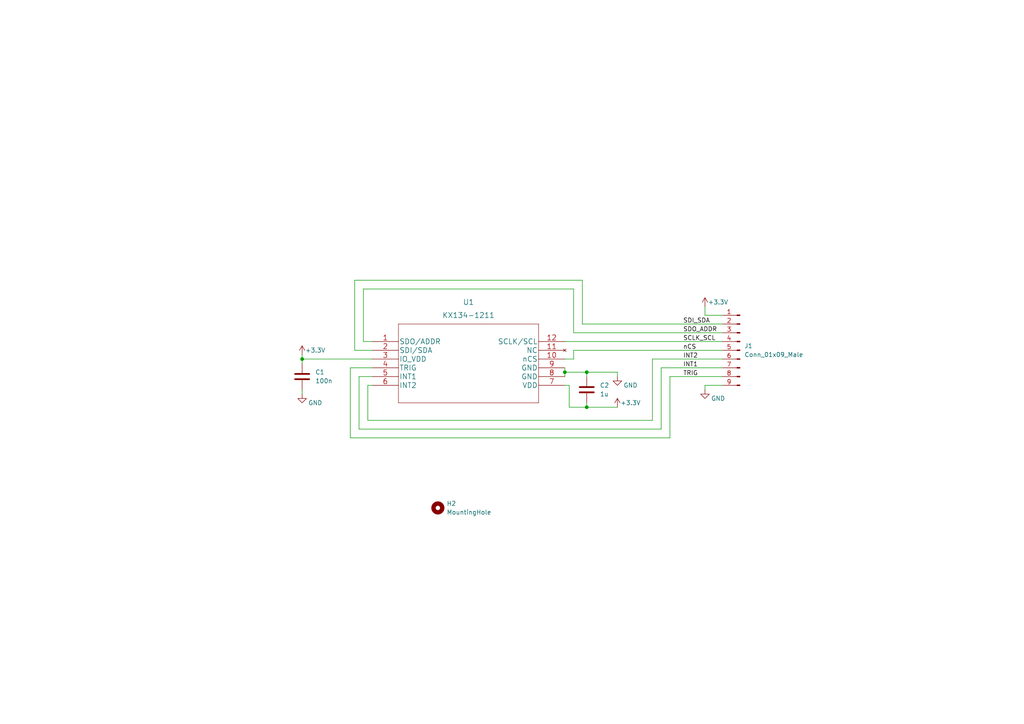
<source format=kicad_sch>
(kicad_sch (version 20230121) (generator eeschema)
  (paper "A4")
  (title_block (title "Accelerometer support") (date "2022-10-20") (rev "0.1") (company "Alexis Devillard - HRG - Imperial College London"))
  (lib_symbols
    (symbol "Connector:Conn_01x09_Male" (pin_names (offset 1.016) hide)
      (property "Reference" "J" (at 0 12.7 0))
      (property "Value" "Conn_01x09_Male" (at 0 -12.7 0))
      (symbol "Conn_01x09_Male_1_1"
        (polyline (pts (xy 1.27 -10.16) (xy 0.8636 -10.16)) (stroke (width 0.1524)))
        (polyline (pts (xy 1.27 -7.62) (xy 0.8636 -7.62)) (stroke (width 0.1524)))
        (polyline (pts (xy 1.27 -5.08) (xy 0.8636 -5.08)) (stroke (width 0.1524)))
        (polyline (pts (xy 1.27 -2.54) (xy 0.8636 -2.54)) (stroke (width 0.1524)))
        (polyline (pts (xy 1.27 0) (xy 0.8636 0)) (stroke (width 0.1524)))
        (polyline (pts (xy 1.27 2.54) (xy 0.8636 2.54)) (stroke (width 0.1524)))
        (polyline (pts (xy 1.27 5.08) (xy 0.8636 5.08)) (stroke (width 0.1524)))
        (polyline (pts (xy 1.27 7.62) (xy 0.8636 7.62)) (stroke (width 0.1524)))
        (polyline (pts (xy 1.27 10.16) (xy 0.8636 10.16)) (stroke (width 0.1524)))
        (rectangle (start 0.8636 -10.033) (end 0 -10.287) (stroke (width 0.1524)) (fill (type outline)))
        (rectangle (start 0.8636 -7.493) (end 0 -7.747) (stroke (width 0.1524)) (fill (type outline)))
        (rectangle (start 0.8636 -4.953) (end 0 -5.207) (stroke (width 0.1524)) (fill (type outline)))
        (rectangle (start 0.8636 -2.413) (end 0 -2.667) (stroke (width 0.1524)) (fill (type outline)))
        (rectangle (start 0.8636 0.127) (end 0 -0.127) (stroke (width 0.1524)) (fill (type outline)))
        (rectangle (start 0.8636 2.667) (end 0 2.413) (stroke (width 0.1524)) (fill (type outline)))
        (rectangle (start 0.8636 5.207) (end 0 4.953) (stroke (width 0.1524)) (fill (type outline)))
        (rectangle (start 0.8636 7.747) (end 0 7.493) (stroke (width 0.1524)) (fill (type outline)))
        (rectangle (start 0.8636 10.287) (end 0 10.033) (stroke (width 0.1524)) (fill (type outline)))
        (pin passive line (at 5.08 10.16 180) (length 3.81) (name "Pin_1") (number "1"))
        (pin passive line (at 5.08 7.62 180) (length 3.81) (name "Pin_2") (number "2"))
        (pin passive line (at 5.08 5.08 180) (length 3.81) (name "Pin_3") (number "3"))
        (pin passive line (at 5.08 2.54 180) (length 3.81) (name "Pin_4") (number "4"))
        (pin passive line (at 5.08 0 180) (length 3.81) (name "Pin_5") (number "5"))
        (pin passive line (at 5.08 -2.54 180) (length 3.81) (name "Pin_6") (number "6"))
        (pin passive line (at 5.08 -5.08 180) (length 3.81) (name "Pin_7") (number "7"))
        (pin passive line (at 5.08 -7.62 180) (length 3.81) (name "Pin_8") (number "8"))
        (pin passive line (at 5.08 -10.16 180) (length 3.81) (name "Pin_9") (number "9"))
      )
    )
    (symbol "Device:C" (pin_numbers hide) (pin_names (offset 0.254))
      (property "Reference" "C" (at 0.635 2.54 0))
      (property "Value" "C" (at 0.635 -2.54 0))
      (symbol "C_0_1"
        (polyline (pts (xy -2.032 -0.762) (xy 2.032 -0.762)) (stroke (width 0.508)))
        (polyline (pts (xy -2.032 0.762) (xy 2.032 0.762)) (stroke (width 0.508)))
      )
      (symbol "C_1_1"
        (pin passive line (at 0 3.81 270) (length 2.794) (name "~") (number "1"))
        (pin passive line (at 0 -3.81 90) (length 2.794) (name "~") (number "2"))
      )
    )
    (symbol "Mechanical:MountingHole" (pin_names (offset 1.016))
      (property "Reference" "H" (at 0 5.08 0))
      (property "Value" "MountingHole" (at 0 3.175 0))
      (symbol "MountingHole_0_1"
        (circle (center 0 0) (radius 1.27) (stroke (width 1.27)))
      )
    )
    (symbol "Rohm Semiconductor:KX134-1211" (pin_names (offset 0.254))
      (property "Reference" "U" (at 27.94 10.16 0))
      (property "Value" "KX134-1211" (at 27.94 7.62 0))
      (symbol "KX134-1211_1_1"
        (polyline (pts (xy 7.62 -17.78) (xy 48.26 -17.78)) (stroke (width 0.127)))
        (polyline (pts (xy 7.62 5.08) (xy 7.62 -17.78)) (stroke (width 0.127)))
        (polyline (pts (xy 48.26 -17.78) (xy 48.26 5.08)) (stroke (width 0.127)))
        (polyline (pts (xy 48.26 5.08) (xy 7.62 5.08)) (stroke (width 0.127)))
        (pin bidirectional line (at 0 0 0) (length 7.62) (name "SDO/ADDR") (number "1"))
        (pin input line (at 55.88 -5.08 180) (length 7.62) (name "nCS") (number "10"))
        (pin no_connect line (at 55.88 -2.54 180) (length 7.62) (name "NC") (number "11"))
        (pin input line (at 55.88 0 180) (length 7.62) (name "SCLK/SCL") (number "12"))
        (pin bidirectional line (at 0 -2.54 0) (length 7.62) (name "SDI/SDA") (number "2"))
        (pin power_in line (at 0 -5.08 0) (length 7.62) (name "IO_VDD") (number "3"))
        (pin input line (at 0 -7.62 0) (length 7.62) (name "TRIG") (number "4"))
        (pin output line (at 0 -10.16 0) (length 7.62) (name "INT1") (number "5"))
        (pin output line (at 0 -12.7 0) (length 7.62) (name "INT2") (number "6"))
        (pin power_in line (at 55.88 -12.7 180) (length 7.62) (name "VDD") (number "7"))
        (pin power_in line (at 55.88 -10.16 180) (length 7.62) (name "GND") (number "8"))
        (pin power_in line (at 55.88 -7.62 180) (length 7.62) (name "GND") (number "9"))
      )
    )
    (symbol "power:+3.3V" (power) (pin_names (offset 0))
      (property "Value" "+3.3V" (at 0 3.556 0))
      (symbol "+3.3V_0_1"
        (polyline (pts (xy -0.762 1.27) (xy 0 2.54)))
        (polyline (pts (xy 0 0) (xy 0 2.54)))
        (polyline (pts (xy 0 2.54) (xy 0.762 1.27)))
      )
      (symbol "+3.3V_1_1"
        (pin power_in line (at 0 0 90) (length 0) hide (name "+3.3V") (number "1"))
      )
    )
    (symbol "power:GND" (power) (pin_names (offset 0))
      (property "Value" "GND" (at 0 -3.81 0))
      (symbol "GND_0_1"
        (polyline (pts (xy 0 0) (xy 0 -1.27) (xy 1.27 -1.27) (xy 0 -2.54) (xy -1.27 -1.27) (xy 0 -1.27)))
      )
      (symbol "GND_1_1"
        (pin power_in line (at 0 0 270) (length 0) hide (name "GND") (number "1"))
      )
    )
  )
  (junction (at 87.63 104.14))
  (junction (at 170.18 107.95))
  (junction (at 170.18 118.11))
  (junction (at 163.83 107.95))
  (wire (pts (xy 87.63 104.14) (xy 87.63 105.41)))
  (wire (pts (xy 170.18 118.11) (xy 179.07 118.11)))
  (wire (pts (xy 191.77 106.68) (xy 209.55 106.68)))
  (wire (pts (xy 104.14 109.22) (xy 104.14 124.46)))
  (wire (pts (xy 107.95 104.14) (xy 87.63 104.14)))
  (wire (pts (xy 105.41 99.06) (xy 105.41 83.82)))
  (wire (pts (xy 106.68 111.76) (xy 106.68 121.92)))
  (wire (pts (xy 101.6 106.68) (xy 101.6 127)))
  (wire (pts (xy 165.1 118.11) (xy 170.18 118.11)))
  (wire (pts (xy 189.23 104.14) (xy 209.55 104.14)))
  (wire (pts (xy 107.95 111.76) (xy 106.68 111.76)))
  (wire (pts (xy 179.07 109.22) (xy 179.07 107.95)))
  (wire (pts (xy 204.47 113.03) (xy 204.47 111.76)))
  (wire (pts (xy 107.95 109.22) (xy 104.14 109.22)))
  (wire (pts (xy 168.91 81.28) (xy 168.91 93.98)))
  (wire (pts (xy 163.83 106.68) (xy 163.83 107.95)))
  (wire (pts (xy 107.95 99.06) (xy 105.41 99.06)))
  (wire (pts (xy 163.83 107.95) (xy 170.18 107.95)))
  (wire (pts (xy 194.31 127) (xy 194.31 109.22)))
  (wire (pts (xy 163.83 104.14) (xy 166.37 104.14)))
  (wire (pts (xy 106.68 121.92) (xy 189.23 121.92)))
  (wire (pts (xy 163.83 99.06) (xy 209.55 99.06)))
  (wire (pts (xy 194.31 109.22) (xy 209.55 109.22)))
  (wire (pts (xy 166.37 83.82) (xy 166.37 96.52)))
  (wire (pts (xy 87.63 113.03) (xy 87.63 114.3)))
  (wire (pts (xy 107.95 106.68) (xy 101.6 106.68)))
  (wire (pts (xy 204.47 91.44) (xy 209.55 91.44)))
  (wire (pts (xy 170.18 107.95) (xy 179.07 107.95)))
  (wire (pts (xy 166.37 101.6) (xy 209.55 101.6)))
  (wire (pts (xy 165.1 111.76) (xy 163.83 111.76)))
  (wire (pts (xy 87.63 102.87) (xy 87.63 104.14)))
  (wire (pts (xy 168.91 93.98) (xy 209.55 93.98)))
  (wire (pts (xy 166.37 96.52) (xy 209.55 96.52)))
  (wire (pts (xy 204.47 111.76) (xy 209.55 111.76)))
  (wire (pts (xy 170.18 116.84) (xy 170.18 118.11)))
  (wire (pts (xy 105.41 83.82) (xy 166.37 83.82)))
  (wire (pts (xy 102.87 101.6) (xy 102.87 81.28)))
  (wire (pts (xy 102.87 81.28) (xy 168.91 81.28)))
  (wire (pts (xy 189.23 121.92) (xy 189.23 104.14)))
  (wire (pts (xy 163.83 107.95) (xy 163.83 109.22)))
  (wire (pts (xy 170.18 109.22) (xy 170.18 107.95)))
  (wire (pts (xy 165.1 118.11) (xy 165.1 111.76)))
  (wire (pts (xy 166.37 104.14) (xy 166.37 101.6)))
  (wire (pts (xy 204.47 88.9) (xy 204.47 91.44)))
  (wire (pts (xy 107.95 101.6) (xy 102.87 101.6)))
  (wire (pts (xy 191.77 124.46) (xy 191.77 106.68)))
  (wire (pts (xy 101.6 127) (xy 194.31 127)))
  (wire (pts (xy 104.14 124.46) (xy 191.77 124.46)))
  (label "TRIG" (at 198.12 109.22 0))
  (label "INT1" (at 198.12 106.68 0))
  (label "SDO_ADDR" (at 198.12 96.52 0))
  (label "SCLK_SCL" (at 198.12 99.06 0))
  (label "SDI_SDA" (at 198.12 93.98 0))
  (label "INT2" (at 198.12 104.14 0))
  (label "nCS" (at 198.12 101.6 0))
  (symbol (lib_id "Device:C") (at 170.18 113.03 0) (unit 1)
    (property "Reference" "C2" (at 173.99 111.7599 0) (effects (justify left)))
    (property "Value" "1u" (at 173.99 114.2999 0) (effects (justify left)))
    (property "Footprint" "Capacitor_SMD:C_01005_0402Metric" (effects hide))
  )
  (symbol (lib_id "power:GND") (at 179.07 109.22 0) (unit 1)
    (property "Reference" "#PWR03" (effects hide))
    (property "Value" "GND" (at 182.88 111.76 0))
  )
  (symbol (lib_id "power:GND") (at 204.47 113.03 0) (unit 1)
    (property "Reference" "#PWR06" (effects hide))
    (property "Value" "GND" (at 208.28 115.57 0))
  )
  (symbol (lib_id "power:+3.3V") (at 179.07 118.11 0) (unit 1)
    (property "Reference" "#PWR04" (effects hide))
    (property "Value" "+3.3V" (at 182.88 116.84 0))
  )
  (symbol (lib_id "Device:C") (at 87.63 109.22 0) (unit 1)
    (property "Reference" "C1" (at 91.44 107.9499 0) (effects (justify left)))
    (property "Value" "100n" (at 91.44 110.4899 0) (effects (justify left)))
    (property "Footprint" "Capacitor_SMD:C_01005_0402Metric" (effects hide))
  )
  (symbol (lib_id "power:GND") (at 87.63 114.3 0) (unit 1)
    (property "Reference" "#PWR02" (effects hide))
    (property "Value" "GND" (at 91.44 116.84 0))
  )
  (symbol (lib_id "Connector:Conn_01x09_Male") (at 214.63 101.6 0) (mirror y) (unit 1)
    (property "Reference" "J1" (at 215.9 100.3299 0) (effects (justify right)))
    (property "Value" "Conn_01x09_Male" (at 215.9 102.8699 0) (effects (justify right)))
    (property "Footprint" "Connector_PinSocket_1.27mm:PinSocket_1x09_P1.27mm_Vertical" (effects hide))
  )
  (symbol (lib_id "power:+3.3V") (at 87.63 102.87 0) (unit 1)
    (property "Reference" "#PWR01" (effects hide))
    (property "Value" "+3.3V" (at 91.44 101.6 0))
  )
  (symbol (lib_id "Rohm Semiconductor:KX134-1211") (at 107.95 99.06 0) (unit 1)
    (property "Reference" "U1" (at 135.89 87.63 0) (effects (font (size 1.524 1.524))))
    (property "Value" "KX134-1211" (at 135.89 91.44 0) (effects (font (size 1.524 1.524))))
    (property "Footprint" "digikey-footprints:KX134-1211" (effects hide))
  )
  (symbol (lib_id "Mechanical:MountingHole") (at 127 147.32 0) (unit 1)
    (property "Reference" "H2" (at 129.54 146.0499 0) (effects (justify left)))
    (property "Value" "MountingHole" (at 129.54 148.5899 0) (effects (justify left)))
    (property "Footprint" "MountingHole:MountingHole_2.2mm_M2" (effects hide))
  )
  (symbol (lib_id "power:+3.3V") (at 204.47 88.9 0) (unit 1)
    (property "Reference" "#PWR05" (effects hide))
    (property "Value" "+3.3V" (at 208.28 87.63 0))
  )
)
</source>
